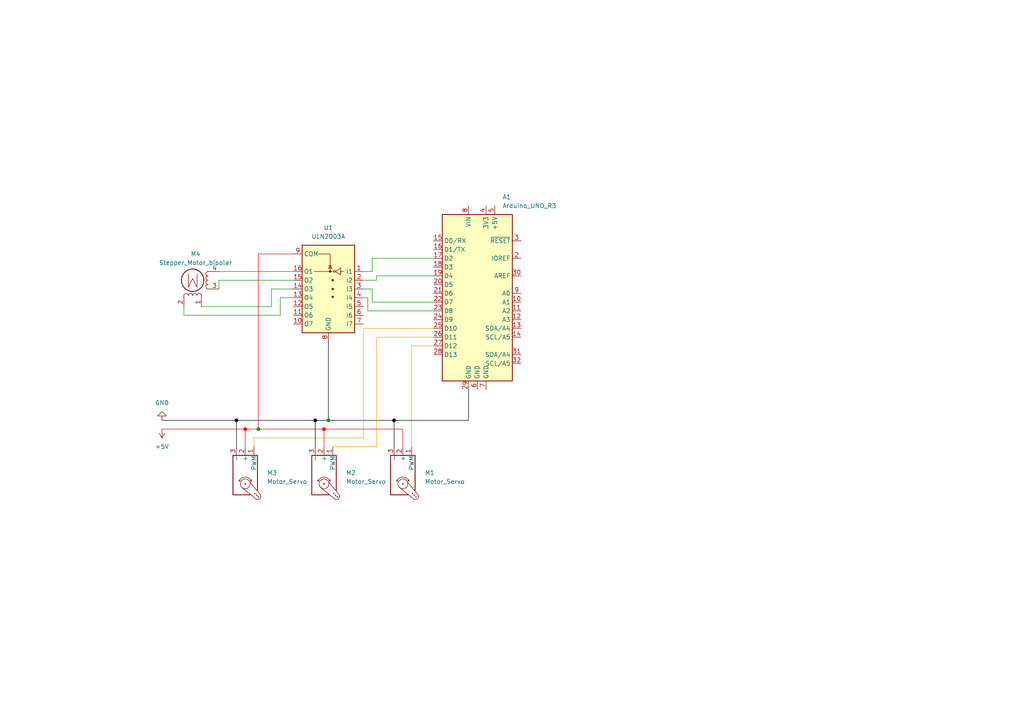
<source format=kicad_sch>
(kicad_sch (version 20230121) (generator eeschema)
  (paper "A4")
  (title_block (title "GELU - Circuit Diagram") (company "Zenith Harmonics"))
  (lib_symbols
    (symbol "MCU_Module:Arduino_UNO_R3"
      (property "Reference" "A" (at -10.16 23.495 0))
      (property "Value" "Arduino_UNO_R3" (at 5.08 -26.67 0))
      (symbol "Arduino_UNO_R3_0_1"
        (rectangle (start -10.16 22.86) (end 10.16 -25.4) (stroke (width 0.254)) (fill (type background)))
      )
      (symbol "Arduino_UNO_R3_1_1"
        (pin no_connect line (at -10.16 -20.32 0) (length 2.54) hide (name "NC") (number "1"))
        (pin bidirectional line (at 12.7 -2.54 180) (length 2.54) (name "A1") (number "10"))
        (pin bidirectional line (at 12.7 -5.08 180) (length 2.54) (name "A2") (number "11"))
        (pin bidirectional line (at 12.7 -7.62 180) (length 2.54) (name "A3") (number "12"))
        (pin bidirectional line (at 12.7 -10.16 180) (length 2.54) (name "SDA/A4") (number "13"))
        (pin bidirectional line (at 12.7 -12.7 180) (length 2.54) (name "SCL/A5") (number "14"))
        (pin bidirectional line (at -12.7 15.24 0) (length 2.54) (name "D0/RX") (number "15"))
        (pin bidirectional line (at -12.7 12.7 0) (length 2.54) (name "D1/TX") (number "16"))
        (pin bidirectional line (at -12.7 10.16 0) (length 2.54) (name "D2") (number "17"))
        (pin bidirectional line (at -12.7 7.62 0) (length 2.54) (name "D3") (number "18"))
        (pin bidirectional line (at -12.7 5.08 0) (length 2.54) (name "D4") (number "19"))
        (pin output line (at 12.7 10.16 180) (length 2.54) (name "IOREF") (number "2"))
        (pin bidirectional line (at -12.7 2.54 0) (length 2.54) (name "D5") (number "20"))
        (pin bidirectional line (at -12.7 0 0) (length 2.54) (name "D6") (number "21"))
        (pin bidirectional line (at -12.7 -2.54 0) (length 2.54) (name "D7") (number "22"))
        (pin bidirectional line (at -12.7 -5.08 0) (length 2.54) (name "D8") (number "23"))
        (pin bidirectional line (at -12.7 -7.62 0) (length 2.54) (name "D9") (number "24"))
        (pin bidirectional line (at -12.7 -10.16 0) (length 2.54) (name "D10") (number "25"))
        (pin bidirectional line (at -12.7 -12.7 0) (length 2.54) (name "D11") (number "26"))
        (pin bidirectional line (at -12.7 -15.24 0) (length 2.54) (name "D12") (number "27"))
        (pin bidirectional line (at -12.7 -17.78 0) (length 2.54) (name "D13") (number "28"))
        (pin power_in line (at -2.54 -27.94 90) (length 2.54) (name "GND") (number "29"))
        (pin input line (at 12.7 15.24 180) (length 2.54) (name "~{RESET}") (number "3"))
        (pin input line (at 12.7 5.08 180) (length 2.54) (name "AREF") (number "30"))
        (pin bidirectional line (at 12.7 -17.78 180) (length 2.54) (name "SDA/A4") (number "31"))
        (pin bidirectional line (at 12.7 -20.32 180) (length 2.54) (name "SCL/A5") (number "32"))
        (pin power_out line (at 2.54 25.4 270) (length 2.54) (name "3V3") (number "4"))
        (pin power_out line (at 5.08 25.4 270) (length 2.54) (name "+5V") (number "5"))
        (pin power_in line (at 0 -27.94 90) (length 2.54) (name "GND") (number "6"))
        (pin power_in line (at 2.54 -27.94 90) (length 2.54) (name "GND") (number "7"))
        (pin power_in line (at -2.54 25.4 270) (length 2.54) (name "VIN") (number "8"))
        (pin bidirectional line (at 12.7 0 180) (length 2.54) (name "A0") (number "9"))
      )
    )
    (symbol "Motor:Motor_Servo" (pin_names (offset 0.0254))
      (property "Reference" "M" (at -5.08 4.445 0))
      (property "Value" "Motor_Servo" (at -5.08 -4.064 0))
      (symbol "Motor_Servo_0_1"
        (polyline (pts (xy 2.413 -1.778) (xy 2.032 -1.778)))
        (polyline (pts (xy 2.413 -1.778) (xy 2.286 -1.397)))
        (polyline (pts (xy 2.413 1.778) (xy 1.905 1.778)))
        (polyline (pts (xy 2.413 1.778) (xy 2.286 1.397)))
        (polyline (pts (xy 6.35 4.445) (xy 2.54 1.27)))
        (polyline (pts (xy 7.62 3.175) (xy 4.191 -1.016)))
        (polyline (pts (xy 5.08 3.556) (xy -5.08 3.556) (xy -5.08 -3.556) (xy 6.35 -3.556) (xy 6.35 1.524)) (stroke (width 0.254)))
        (arc (start 2.413 1.778) (mid 1.2406 0) (end 2.413 -1.778))
        (circle (center 3.175 0) (radius 0.1778))
        (circle (center 3.175 0) (radius 1.4224))
        (circle (center 5.969 2.794) (radius 0.127))
        (circle (center 6.477 3.302) (radius 0.127))
        (circle (center 6.985 3.81) (radius 0.127))
        (arc (start 7.62 3.175) (mid 7.4485 4.2735) (end 6.35 4.445))
      )
      (symbol "Motor_Servo_1_1"
        (pin passive line (at -7.62 2.54 0) (length 2.54) (name "PWM") (number "1"))
        (pin passive line (at -7.62 0 0) (length 2.54) (name "+") (number "2"))
        (pin passive line (at -7.62 -2.54 0) (length 2.54) (name "-") (number "3"))
      )
    )
    (symbol "Motor:Stepper_Motor_bipolar" (pin_names (offset 0) hide)
      (property "Reference" "M" (at 3.81 2.54 0))
      (property "Value" "Stepper_Motor_bipolar" (at 3.81 1.27 0))
      (symbol "Stepper_Motor_bipolar_0_0"
        (polyline (pts (xy -1.27 -1.778) (xy -1.27 2.032) (xy 0 -0.508) (xy 1.27 2.032) (xy 1.27 -1.778)))
      )
      (symbol "Stepper_Motor_bipolar_0_1"
        (arc (start -4.445 -2.54) (mid -3.8127 -1.905) (end -4.445 -1.27))
        (arc (start -4.445 -1.27) (mid -3.8127 -0.635) (end -4.445 0))
        (arc (start -4.445 0) (mid -3.8127 0.635) (end -4.445 1.27))
        (arc (start -4.445 1.27) (mid -3.8127 1.905) (end -4.445 2.54))
        (arc (start -2.54 4.445) (mid -1.905 3.8127) (end -1.27 4.445))
        (arc (start -1.27 4.445) (mid -0.635 3.8127) (end 0 4.445))
        (polyline (pts (xy -5.08 -2.54) (xy -4.445 -2.54)))
        (polyline (pts (xy -5.08 2.54) (xy -4.445 2.54)))
        (polyline (pts (xy -2.54 5.08) (xy -2.54 4.445)))
        (polyline (pts (xy 2.54 5.08) (xy 2.54 4.445)))
        (circle (center 0 0) (radius 3.2512) (stroke (width 0.254)))
        (arc (start 0 4.445) (mid 0.635 3.8127) (end 1.27 4.445))
        (arc (start 1.27 4.445) (mid 1.905 3.8127) (end 2.54 4.445))
      )
      (symbol "Stepper_Motor_bipolar_1_1"
        (pin passive line (at -2.54 7.62 270) (length 2.54) (name "~") (number "1"))
        (pin passive line (at 2.54 7.62 270) (length 2.54) (name "-") (number "2"))
        (pin passive line (at -7.62 2.54 0) (length 2.54) (name "~") (number "3"))
        (pin passive line (at -7.62 -2.54 0) (length 2.54) (name "~") (number "4"))
      )
    )
    (symbol "Transistor_Array:ULN2003A"
      (property "Reference" "U" (at 0 15.875 0))
      (property "Value" "ULN2003A" (at 0 13.97 0))
      (symbol "ULN2003A_0_1"
        (rectangle (start -7.62 -12.7) (end 7.62 12.7) (stroke (width 0.254)) (fill (type background)))
        (circle (center -1.778 5.08) (radius 0.254))
        (circle (center -1.27 -2.286) (radius 0.254) (fill (type outline)))
        (circle (center -1.27 0) (radius 0.254) (fill (type outline)))
        (circle (center -1.27 2.54) (radius 0.254) (fill (type outline)))
        (circle (center -0.508 5.08) (radius 0.254) (fill (type outline)))
        (polyline (pts (xy -4.572 5.08) (xy -3.556 5.08)))
        (polyline (pts (xy -1.524 5.08) (xy 4.064 5.08)))
        (polyline (pts (xy 0 6.731) (xy -1.016 6.731)))
        (polyline (pts (xy -0.508 5.08) (xy -0.508 10.16) (xy 2.921 10.16)))
        (polyline (pts (xy -3.556 6.096) (xy -3.556 4.064) (xy -2.032 5.08) (xy -3.556 6.096)))
        (polyline (pts (xy 0 5.969) (xy -1.016 5.969) (xy -0.508 6.731) (xy 0 5.969)))
      )
      (symbol "ULN2003A_1_1"
        (pin input line (at -10.16 5.08 0) (length 2.54) (name "I1") (number "1"))
        (pin open_collector line (at 10.16 -10.16 180) (length 2.54) (name "O7") (number "10"))
        (pin open_collector line (at 10.16 -7.62 180) (length 2.54) (name "O6") (number "11"))
        (pin open_collector line (at 10.16 -5.08 180) (length 2.54) (name "O5") (number "12"))
        (pin open_collector line (at 10.16 -2.54 180) (length 2.54) (name "O4") (number "13"))
        (pin open_collector line (at 10.16 0 180) (length 2.54) (name "O3") (number "14"))
        (pin open_collector line (at 10.16 2.54 180) (length 2.54) (name "O2") (number "15"))
        (pin open_collector line (at 10.16 5.08 180) (length 2.54) (name "O1") (number "16"))
        (pin input line (at -10.16 2.54 0) (length 2.54) (name "I2") (number "2"))
        (pin input line (at -10.16 0 0) (length 2.54) (name "I3") (number "3"))
        (pin input line (at -10.16 -2.54 0) (length 2.54) (name "I4") (number "4"))
        (pin input line (at -10.16 -5.08 0) (length 2.54) (name "I5") (number "5"))
        (pin input line (at -10.16 -7.62 0) (length 2.54) (name "I6") (number "6"))
        (pin input line (at -10.16 -10.16 0) (length 2.54) (name "I7") (number "7"))
        (pin power_in line (at 0 -15.24 90) (length 2.54) (name "GND") (number "8"))
        (pin passive line (at 10.16 10.16 180) (length 2.54) (name "COM") (number "9"))
      )
    )
    (symbol "power:+5V" (power) (pin_names (offset 0))
      (property "Value" "+5V" (at 0 3.556 0))
      (symbol "+5V_0_1"
        (polyline (pts (xy -0.762 1.27) (xy 0 2.54)))
        (polyline (pts (xy 0 0) (xy 0 2.54)))
        (polyline (pts (xy 0 2.54) (xy 0.762 1.27)))
      )
      (symbol "+5V_1_1"
        (pin power_in line (at 0 0 90) (length 0) hide (name "+5V") (number "1"))
      )
    )
    (symbol "power:GND" (power) (pin_names (offset 0))
      (property "Value" "GND" (at 0 -3.81 0))
      (symbol "GND_0_1"
        (polyline (pts (xy 0 0) (xy 0 -1.27) (xy 1.27 -1.27) (xy 0 -2.54) (xy -1.27 -1.27) (xy 0 -1.27)))
      )
      (symbol "GND_1_1"
        (pin power_in line (at 0 0 270) (length 0) hide (name "GND") (number "1"))
      )
    )
  )
  (junction (at 71.12 124.46) (color 255 0 0 1))
  (junction (at 93.98 124.46) (color 255 0 0 1))
  (junction (at 68.58 121.92) (color 0 0 0 1))
  (junction (at 91.44 121.92) (color 0 0 0 1))
  (junction (at 95.25 121.92))
  (junction (at 74.93 124.46))
  (junction (at 114.3 121.92) (color 0 0 0 1))
  (wire (pts (xy 109.22 129.54) (xy 96.52 129.54)) (stroke (width 0) (color 255 153 0 1)))
  (wire (pts (xy 78.74 88.9) (xy 58.42 88.9)))
  (wire (pts (xy 78.74 83.82) (xy 78.74 88.9)))
  (wire (pts (xy 46.99 124.46) (xy 71.12 124.46)) (stroke (width 0) (color 255 0 0 1)))
  (wire (pts (xy 114.3 121.92) (xy 135.89 121.92)) (stroke (width 0) (color 0 0 0 1)))
  (wire (pts (xy 71.12 124.46) (xy 71.12 129.54)) (stroke (width 0) (color 255 0 0 1)))
  (wire (pts (xy 63.5 81.28) (xy 63.5 83.82)))
  (wire (pts (xy 107.95 78.74) (xy 107.95 74.93)))
  (wire (pts (xy 95.25 99.06) (xy 95.25 121.92)) (stroke (width 0) (color 0 0 0 1)))
  (wire (pts (xy 116.84 124.46) (xy 93.98 124.46)) (stroke (width 0) (color 255 0 0 1)))
  (wire (pts (xy 125.73 90.17) (xy 106.68 90.17)))
  (wire (pts (xy 107.95 83.82) (xy 107.95 87.63)))
  (wire (pts (xy 81.28 86.36) (xy 81.28 91.44)))
  (wire (pts (xy 107.95 83.82) (xy 105.41 83.82)))
  (wire (pts (xy 114.3 129.54) (xy 114.3 121.92)) (stroke (width 0) (color 0 0 0 1)))
  (wire (pts (xy 125.73 74.93) (xy 107.95 74.93)))
  (wire (pts (xy 106.68 86.36) (xy 105.41 86.36)))
  (wire (pts (xy 125.73 100.33) (xy 119.38 100.33)) (stroke (width 0) (color 255 153 0 1)))
  (wire (pts (xy 81.28 91.44) (xy 53.34 91.44)))
  (wire (pts (xy 114.3 121.92) (xy 95.25 121.92)) (stroke (width 0) (color 0 0 0 1)))
  (wire (pts (xy 85.09 83.82) (xy 78.74 83.82)))
  (wire (pts (xy 85.09 81.28) (xy 63.5 81.28)))
  (wire (pts (xy 106.68 86.36) (xy 106.68 90.17)))
  (wire (pts (xy 74.93 73.66) (xy 74.93 124.46)) (stroke (width 0) (color 255 0 0 1)))
  (wire (pts (xy 93.98 124.46) (xy 74.93 124.46)) (stroke (width 0) (color 255 0 0 1)))
  (wire (pts (xy 107.95 78.74) (xy 105.41 78.74)))
  (wire (pts (xy 125.73 95.25) (xy 105.41 95.25)) (stroke (width 0) (color 255 153 0 1)))
  (wire (pts (xy 109.22 81.28) (xy 105.41 81.28)))
  (wire (pts (xy 95.25 121.92) (xy 91.44 121.92)) (stroke (width 0) (color 0 0 0 1)))
  (wire (pts (xy 46.99 121.92) (xy 68.58 121.92)) (stroke (width 0) (color 0 0 0 1)))
  (wire (pts (xy 68.58 121.92) (xy 68.58 129.54)) (stroke (width 0) (color 0 0 0 1)))
  (wire (pts (xy 93.98 124.46) (xy 93.98 129.54)) (stroke (width 0) (color 255 0 0 1)))
  (wire (pts (xy 109.22 97.79) (xy 109.22 129.54)) (stroke (width 0) (color 255 153 0 1)))
  (wire (pts (xy 85.09 86.36) (xy 81.28 86.36)))
  (wire (pts (xy 125.73 97.79) (xy 109.22 97.79)) (stroke (width 0) (color 255 153 0 1)))
  (wire (pts (xy 73.66 127) (xy 73.66 129.54)) (stroke (width 0) (color 255 153 0 1)))
  (wire (pts (xy 85.09 73.66) (xy 74.93 73.66)) (stroke (width 0) (color 255 0 0 1)))
  (wire (pts (xy 63.5 78.74) (xy 85.09 78.74)))
  (wire (pts (xy 53.34 91.44) (xy 53.34 88.9)))
  (wire (pts (xy 109.22 80.01) (xy 125.73 80.01)))
  (wire (pts (xy 125.73 87.63) (xy 107.95 87.63)))
  (wire (pts (xy 74.93 124.46) (xy 71.12 124.46)) (stroke (width 0) (color 255 0 0 1)))
  (wire (pts (xy 68.58 121.92) (xy 91.44 121.92)) (stroke (width 0) (color 0 0 0 1)))
  (wire (pts (xy 135.89 121.92) (xy 135.89 113.03)) (stroke (width 0) (color 0 0 0 1)))
  (wire (pts (xy 105.41 127) (xy 73.66 127)) (stroke (width 0) (color 255 153 0 1)))
  (wire (pts (xy 109.22 81.28) (xy 109.22 80.01)))
  (wire (pts (xy 105.41 95.25) (xy 105.41 127)) (stroke (width 0) (color 255 153 0 1)))
  (wire (pts (xy 116.84 129.54) (xy 116.84 124.46)) (stroke (width 0) (color 255 0 0 1)))
  (wire (pts (xy 91.44 121.92) (xy 91.44 129.54)) (stroke (width 0) (color 0 0 0 1)))
  (wire (pts (xy 119.38 100.33) (xy 119.38 129.54)) (stroke (width 0) (color 255 153 0 1)))
  (symbol (lib_id "Transistor_Array:ULN2003A") (at 95.25 83.82 0) (mirror y) (unit 1)
    (property "Reference" "U1" (at 95.25 66.04 0))
    (property "Value" "ULN2003A" (at 95.25 68.58 0))
    (property "Datasheet" "http://www.ti.com/lit/ds/symlink/uln2003a.pdf" (effects hide))
  )
  (symbol (lib_id "Motor:Motor_Servo") (at 116.84 137.16 270) (unit 1)
    (property "Reference" "M1" (at 123.19 137.1489 90) (effects (justify left)))
    (property "Value" "Motor_Servo" (at 123.19 139.6889 90) (effects (justify left)))
    (property "Datasheet" "http://forums.parallax.com/uploads/attachments/46831/74481.png" (effects hide))
  )
  (symbol (lib_id "MCU_Module:Arduino_UNO_R3") (at 138.43 85.09 0) (unit 1)
    (property "Reference" "A1" (at 145.7041 57.15 0) (effects (justify left)))
    (property "Value" "Arduino_UNO_R3" (at 145.7041 59.69 0) (effects (justify left)))
    (property "Footprint" "Module:Arduino_UNO_R3" (effects hide))
    (property "Datasheet" "https://www.arduino.cc/en/Main/arduinoBoardUno" (effects hide))
  )
  (symbol (lib_id "Motor:Motor_Servo") (at 93.98 137.16 270) (unit 1)
    (property "Reference" "M2" (at 100.33 137.1489 90) (effects (justify left)))
    (property "Value" "Motor_Servo" (at 100.33 139.6889 90) (effects (justify left)))
    (property "Datasheet" "http://forums.parallax.com/uploads/attachments/46831/74481.png" (effects hide))
  )
  (symbol (lib_id "power:GND") (at 46.99 121.92 180) (unit 1)
    (property "Reference" "#PWR02" (effects hide))
    (property "Value" "GND" (at 46.99 116.84 0))
  )
  (symbol (lib_id "Motor:Stepper_Motor_bipolar") (at 55.88 81.28 180) (unit 1)
    (property "Reference" "M4" (at 56.7309 73.66 0))
    (property "Value" "Stepper_Motor_bipolar" (at 56.7309 76.2 0))
    (property "Datasheet" "http://www.infineon.com/dgdl/Application-Note-TLE8110EE_driving_UniPolarStepperMotor_V1.1.pdf?fileId=db3a30431be39b97011be5d0aa0a00b0" (effects hide))
  )
  (symbol (lib_id "power:+5V") (at 46.99 124.46 180) (unit 1)
    (property "Reference" "#PWR01" (effects hide))
    (property "Value" "+5V" (at 46.99 129.54 0))
  )
  (symbol (lib_id "Motor:Motor_Servo") (at 71.12 137.16 270) (unit 1)
    (property "Reference" "M3" (at 77.47 137.1489 90) (effects (justify left)))
    (property "Value" "Motor_Servo" (at 77.47 139.6889 90) (effects (justify left)))
    (property "Datasheet" "http://forums.parallax.com/uploads/attachments/46831/74481.png" (effects hide))
  )
)
</source>
